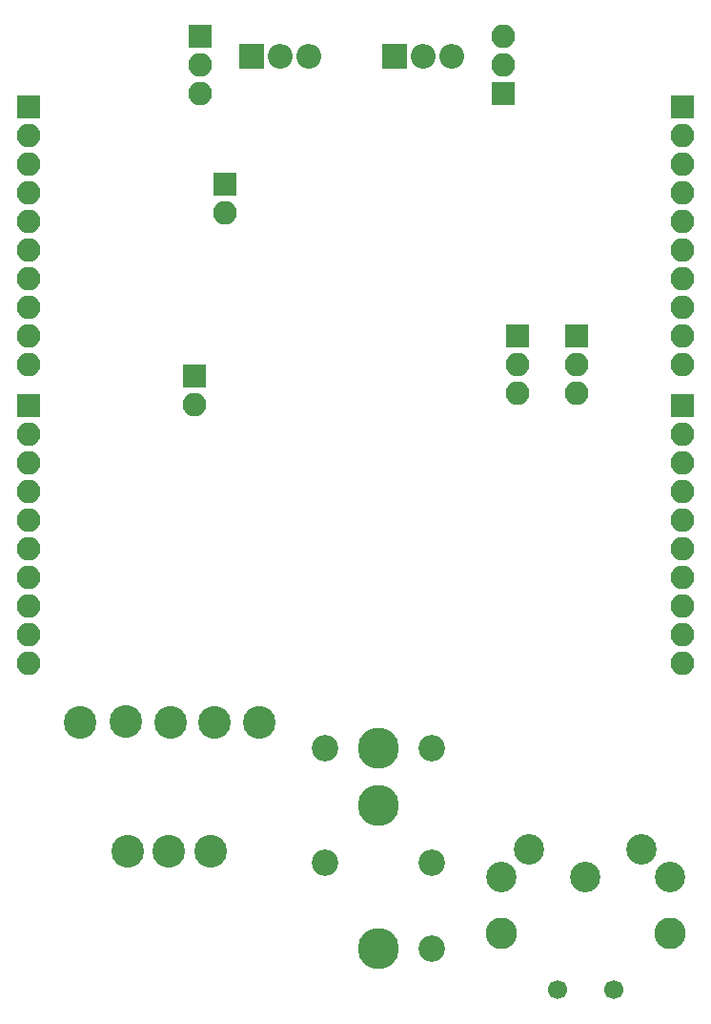
<source format=gbs>
G04 #@! TF.FileFunction,Soldermask,Bot*
%FSLAX46Y46*%
G04 Gerber Fmt 4.6, Leading zero omitted, Abs format (unit mm)*
G04 Created by KiCad (PCBNEW 4.0.7) date 12/04/17 13:23:29*
%MOMM*%
%LPD*%
G01*
G04 APERTURE LIST*
%ADD10C,0.100000*%
%ADD11R,2.100000X2.100000*%
%ADD12O,2.100000X2.100000*%
%ADD13C,2.700000*%
%ADD14C,1.700000*%
%ADD15C,2.800000*%
%ADD16C,2.355800*%
%ADD17C,3.651200*%
%ADD18C,2.899360*%
%ADD19R,2.200000X2.200000*%
%ADD20O,2.200000X2.200000*%
G04 APERTURE END LIST*
D10*
D11*
X139446000Y-65278000D03*
D12*
X139446000Y-67818000D03*
X139446000Y-70358000D03*
D11*
X166370000Y-70358000D03*
D12*
X166370000Y-67818000D03*
X166370000Y-65278000D03*
D11*
X167640000Y-91821000D03*
D12*
X167640000Y-94361000D03*
X167640000Y-96901000D03*
D11*
X172847000Y-91821000D03*
D12*
X172847000Y-94361000D03*
X172847000Y-96901000D03*
D11*
X141605000Y-78359000D03*
D12*
X141605000Y-80899000D03*
D11*
X124206000Y-71501000D03*
D12*
X124206000Y-74041000D03*
X124206000Y-76581000D03*
X124206000Y-79121000D03*
X124206000Y-81661000D03*
X124206000Y-84201000D03*
X124206000Y-86741000D03*
X124206000Y-89281000D03*
X124206000Y-91821000D03*
X124206000Y-94361000D03*
D11*
X182245000Y-71501000D03*
D12*
X182245000Y-74041000D03*
X182245000Y-76581000D03*
X182245000Y-79121000D03*
X182245000Y-81661000D03*
X182245000Y-84201000D03*
X182245000Y-86741000D03*
X182245000Y-89281000D03*
X182245000Y-91821000D03*
X182245000Y-94361000D03*
D11*
X138938000Y-95377000D03*
D12*
X138938000Y-97917000D03*
D11*
X124206000Y-98044000D03*
D12*
X124206000Y-100584000D03*
X124206000Y-103124000D03*
X124206000Y-105664000D03*
X124206000Y-108204000D03*
X124206000Y-110744000D03*
X124206000Y-113284000D03*
X124206000Y-115824000D03*
X124206000Y-118364000D03*
X124206000Y-120904000D03*
D11*
X182245000Y-98044000D03*
D12*
X182245000Y-100584000D03*
X182245000Y-103124000D03*
X182245000Y-105664000D03*
X182245000Y-108204000D03*
X182245000Y-110744000D03*
X182245000Y-113284000D03*
X182245000Y-115824000D03*
X182245000Y-118364000D03*
X182245000Y-120904000D03*
D13*
X173672500Y-139890500D03*
X181172500Y-139890500D03*
X166172500Y-139890500D03*
X178672500Y-137390500D03*
X168672500Y-137390500D03*
D14*
X176172500Y-149890500D03*
X171172500Y-149890500D03*
D15*
X181172500Y-144890500D03*
X166172500Y-144890500D03*
D16*
X160007300Y-146240500D03*
X150507300Y-138620500D03*
X160007300Y-138620500D03*
X150507700Y-128460500D03*
D17*
X155257500Y-128460500D03*
X155257500Y-146240500D03*
X155257500Y-133540500D03*
D16*
X160007300Y-128460500D03*
D18*
X128778000Y-126111000D03*
X132969000Y-137541000D03*
X132812286Y-126105000D03*
X136652000Y-137541000D03*
X136779000Y-126111000D03*
X140335000Y-137541000D03*
X140716000Y-126111000D03*
X144653000Y-126111000D03*
D19*
X144018000Y-67056000D03*
D20*
X146558000Y-67056000D03*
X149098000Y-67056000D03*
D19*
X156718000Y-67056000D03*
D20*
X159258000Y-67056000D03*
X161798000Y-67056000D03*
M02*

</source>
